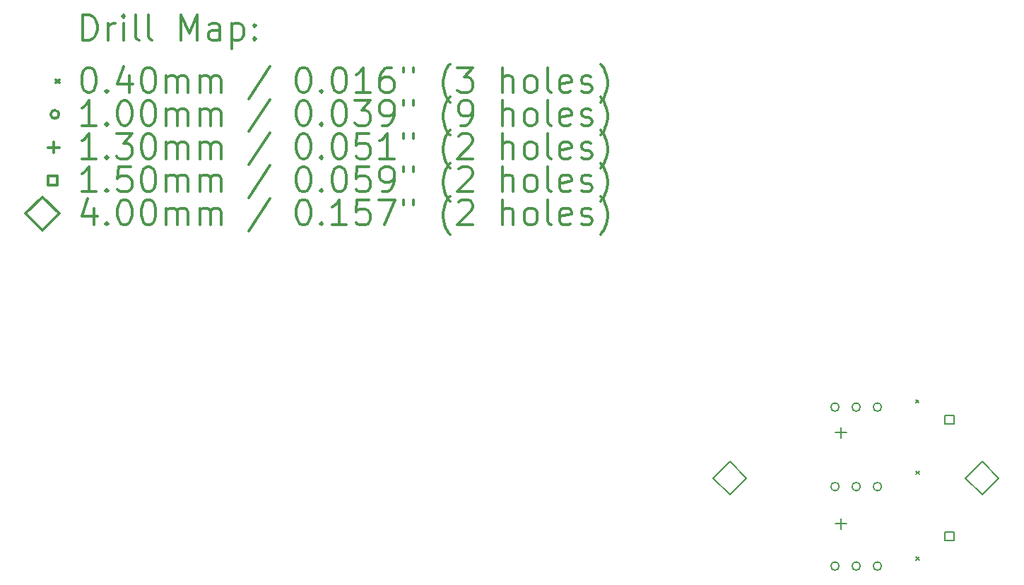
<source format=gbr>
%FSLAX45Y45*%
G04 Gerber Fmt 4.5, Leading zero omitted, Abs format (unit mm)*
G04 Created by KiCad (PCBNEW (5.1.2)-1) date 2020-04-06 18:08:57*
%MOMM*%
%LPD*%
G04 APERTURE LIST*
%ADD10C,0.200000*%
%ADD11C,0.300000*%
G04 APERTURE END LIST*
D10*
X10261673Y-4775271D02*
X10301673Y-4815271D01*
X10301673Y-4775271D02*
X10261673Y-4815271D01*
X10267000Y-5628960D02*
X10307000Y-5668960D01*
X10307000Y-5628960D02*
X10267000Y-5668960D01*
X10269540Y-6660200D02*
X10309540Y-6700200D01*
X10309540Y-6660200D02*
X10269540Y-6700200D01*
X9346400Y-5816600D02*
G75*
G03X9346400Y-5816600I-50000J0D01*
G01*
X9600400Y-5816600D02*
G75*
G03X9600400Y-5816600I-50000J0D01*
G01*
X9854400Y-5816600D02*
G75*
G03X9854400Y-5816600I-50000J0D01*
G01*
X9346400Y-6769100D02*
G75*
G03X9346400Y-6769100I-50000J0D01*
G01*
X9600400Y-6769100D02*
G75*
G03X9600400Y-6769100I-50000J0D01*
G01*
X9854400Y-6769100D02*
G75*
G03X9854400Y-6769100I-50000J0D01*
G01*
X9346400Y-4864100D02*
G75*
G03X9346400Y-4864100I-50000J0D01*
G01*
X9600400Y-4864100D02*
G75*
G03X9600400Y-4864100I-50000J0D01*
G01*
X9854400Y-4864100D02*
G75*
G03X9854400Y-4864100I-50000J0D01*
G01*
X9367833Y-5105823D02*
X9367833Y-5235823D01*
X9302833Y-5170823D02*
X9432833Y-5170823D01*
X9367833Y-6197823D02*
X9367833Y-6327823D01*
X9302833Y-6262823D02*
X9432833Y-6262823D01*
X10721034Y-5069534D02*
X10721034Y-4963467D01*
X10614967Y-4963467D01*
X10614967Y-5069534D01*
X10721034Y-5069534D01*
X10721034Y-6466533D02*
X10721034Y-6360466D01*
X10614967Y-6360466D01*
X10614967Y-6466533D01*
X10721034Y-6466533D01*
X8037833Y-5915823D02*
X8237833Y-5715823D01*
X8037833Y-5515823D01*
X7837833Y-5715823D01*
X8037833Y-5915823D01*
X11057833Y-5915823D02*
X11257833Y-5715823D01*
X11057833Y-5515823D01*
X10857833Y-5715823D01*
X11057833Y-5915823D01*
D11*
X286429Y-465714D02*
X286429Y-165714D01*
X357857Y-165714D01*
X400714Y-180000D01*
X429286Y-208571D01*
X443571Y-237143D01*
X457857Y-294286D01*
X457857Y-337143D01*
X443571Y-394286D01*
X429286Y-422857D01*
X400714Y-451428D01*
X357857Y-465714D01*
X286429Y-465714D01*
X586429Y-465714D02*
X586429Y-265714D01*
X586429Y-322857D02*
X600714Y-294286D01*
X615000Y-280000D01*
X643571Y-265714D01*
X672143Y-265714D01*
X772143Y-465714D02*
X772143Y-265714D01*
X772143Y-165714D02*
X757857Y-180000D01*
X772143Y-194286D01*
X786428Y-180000D01*
X772143Y-165714D01*
X772143Y-194286D01*
X957857Y-465714D02*
X929286Y-451428D01*
X915000Y-422857D01*
X915000Y-165714D01*
X1115000Y-465714D02*
X1086429Y-451428D01*
X1072143Y-422857D01*
X1072143Y-165714D01*
X1457857Y-465714D02*
X1457857Y-165714D01*
X1557857Y-380000D01*
X1657857Y-165714D01*
X1657857Y-465714D01*
X1929286Y-465714D02*
X1929286Y-308571D01*
X1915000Y-280000D01*
X1886428Y-265714D01*
X1829286Y-265714D01*
X1800714Y-280000D01*
X1929286Y-451428D02*
X1900714Y-465714D01*
X1829286Y-465714D01*
X1800714Y-451428D01*
X1786428Y-422857D01*
X1786428Y-394286D01*
X1800714Y-365714D01*
X1829286Y-351428D01*
X1900714Y-351428D01*
X1929286Y-337143D01*
X2072143Y-265714D02*
X2072143Y-565714D01*
X2072143Y-280000D02*
X2100714Y-265714D01*
X2157857Y-265714D01*
X2186429Y-280000D01*
X2200714Y-294286D01*
X2215000Y-322857D01*
X2215000Y-408571D01*
X2200714Y-437143D01*
X2186429Y-451428D01*
X2157857Y-465714D01*
X2100714Y-465714D01*
X2072143Y-451428D01*
X2343571Y-437143D02*
X2357857Y-451428D01*
X2343571Y-465714D01*
X2329286Y-451428D01*
X2343571Y-437143D01*
X2343571Y-465714D01*
X2343571Y-280000D02*
X2357857Y-294286D01*
X2343571Y-308571D01*
X2329286Y-294286D01*
X2343571Y-280000D01*
X2343571Y-308571D01*
X-40000Y-940000D02*
X0Y-980000D01*
X0Y-940000D02*
X-40000Y-980000D01*
X343571Y-795714D02*
X372143Y-795714D01*
X400714Y-810000D01*
X415000Y-824286D01*
X429286Y-852857D01*
X443571Y-910000D01*
X443571Y-981428D01*
X429286Y-1038571D01*
X415000Y-1067143D01*
X400714Y-1081429D01*
X372143Y-1095714D01*
X343571Y-1095714D01*
X315000Y-1081429D01*
X300714Y-1067143D01*
X286429Y-1038571D01*
X272143Y-981428D01*
X272143Y-910000D01*
X286429Y-852857D01*
X300714Y-824286D01*
X315000Y-810000D01*
X343571Y-795714D01*
X572143Y-1067143D02*
X586429Y-1081429D01*
X572143Y-1095714D01*
X557857Y-1081429D01*
X572143Y-1067143D01*
X572143Y-1095714D01*
X843571Y-895714D02*
X843571Y-1095714D01*
X772143Y-781428D02*
X700714Y-995714D01*
X886428Y-995714D01*
X1057857Y-795714D02*
X1086429Y-795714D01*
X1115000Y-810000D01*
X1129286Y-824286D01*
X1143571Y-852857D01*
X1157857Y-910000D01*
X1157857Y-981428D01*
X1143571Y-1038571D01*
X1129286Y-1067143D01*
X1115000Y-1081429D01*
X1086429Y-1095714D01*
X1057857Y-1095714D01*
X1029286Y-1081429D01*
X1015000Y-1067143D01*
X1000714Y-1038571D01*
X986428Y-981428D01*
X986428Y-910000D01*
X1000714Y-852857D01*
X1015000Y-824286D01*
X1029286Y-810000D01*
X1057857Y-795714D01*
X1286429Y-1095714D02*
X1286429Y-895714D01*
X1286429Y-924286D02*
X1300714Y-910000D01*
X1329286Y-895714D01*
X1372143Y-895714D01*
X1400714Y-910000D01*
X1415000Y-938571D01*
X1415000Y-1095714D01*
X1415000Y-938571D02*
X1429286Y-910000D01*
X1457857Y-895714D01*
X1500714Y-895714D01*
X1529286Y-910000D01*
X1543571Y-938571D01*
X1543571Y-1095714D01*
X1686428Y-1095714D02*
X1686428Y-895714D01*
X1686428Y-924286D02*
X1700714Y-910000D01*
X1729286Y-895714D01*
X1772143Y-895714D01*
X1800714Y-910000D01*
X1815000Y-938571D01*
X1815000Y-1095714D01*
X1815000Y-938571D02*
X1829286Y-910000D01*
X1857857Y-895714D01*
X1900714Y-895714D01*
X1929286Y-910000D01*
X1943571Y-938571D01*
X1943571Y-1095714D01*
X2529286Y-781428D02*
X2272143Y-1167143D01*
X2915000Y-795714D02*
X2943571Y-795714D01*
X2972143Y-810000D01*
X2986428Y-824286D01*
X3000714Y-852857D01*
X3015000Y-910000D01*
X3015000Y-981428D01*
X3000714Y-1038571D01*
X2986428Y-1067143D01*
X2972143Y-1081429D01*
X2943571Y-1095714D01*
X2915000Y-1095714D01*
X2886428Y-1081429D01*
X2872143Y-1067143D01*
X2857857Y-1038571D01*
X2843571Y-981428D01*
X2843571Y-910000D01*
X2857857Y-852857D01*
X2872143Y-824286D01*
X2886428Y-810000D01*
X2915000Y-795714D01*
X3143571Y-1067143D02*
X3157857Y-1081429D01*
X3143571Y-1095714D01*
X3129286Y-1081429D01*
X3143571Y-1067143D01*
X3143571Y-1095714D01*
X3343571Y-795714D02*
X3372143Y-795714D01*
X3400714Y-810000D01*
X3415000Y-824286D01*
X3429286Y-852857D01*
X3443571Y-910000D01*
X3443571Y-981428D01*
X3429286Y-1038571D01*
X3415000Y-1067143D01*
X3400714Y-1081429D01*
X3372143Y-1095714D01*
X3343571Y-1095714D01*
X3315000Y-1081429D01*
X3300714Y-1067143D01*
X3286428Y-1038571D01*
X3272143Y-981428D01*
X3272143Y-910000D01*
X3286428Y-852857D01*
X3300714Y-824286D01*
X3315000Y-810000D01*
X3343571Y-795714D01*
X3729286Y-1095714D02*
X3557857Y-1095714D01*
X3643571Y-1095714D02*
X3643571Y-795714D01*
X3615000Y-838571D01*
X3586428Y-867143D01*
X3557857Y-881428D01*
X3986428Y-795714D02*
X3929286Y-795714D01*
X3900714Y-810000D01*
X3886428Y-824286D01*
X3857857Y-867143D01*
X3843571Y-924286D01*
X3843571Y-1038571D01*
X3857857Y-1067143D01*
X3872143Y-1081429D01*
X3900714Y-1095714D01*
X3957857Y-1095714D01*
X3986428Y-1081429D01*
X4000714Y-1067143D01*
X4015000Y-1038571D01*
X4015000Y-967143D01*
X4000714Y-938571D01*
X3986428Y-924286D01*
X3957857Y-910000D01*
X3900714Y-910000D01*
X3872143Y-924286D01*
X3857857Y-938571D01*
X3843571Y-967143D01*
X4129286Y-795714D02*
X4129286Y-852857D01*
X4243571Y-795714D02*
X4243571Y-852857D01*
X4686429Y-1210000D02*
X4672143Y-1195714D01*
X4643571Y-1152857D01*
X4629286Y-1124286D01*
X4615000Y-1081429D01*
X4600714Y-1010000D01*
X4600714Y-952857D01*
X4615000Y-881428D01*
X4629286Y-838571D01*
X4643571Y-810000D01*
X4672143Y-767143D01*
X4686429Y-752857D01*
X4772143Y-795714D02*
X4957857Y-795714D01*
X4857857Y-910000D01*
X4900714Y-910000D01*
X4929286Y-924286D01*
X4943571Y-938571D01*
X4957857Y-967143D01*
X4957857Y-1038571D01*
X4943571Y-1067143D01*
X4929286Y-1081429D01*
X4900714Y-1095714D01*
X4815000Y-1095714D01*
X4786429Y-1081429D01*
X4772143Y-1067143D01*
X5315000Y-1095714D02*
X5315000Y-795714D01*
X5443571Y-1095714D02*
X5443571Y-938571D01*
X5429286Y-910000D01*
X5400714Y-895714D01*
X5357857Y-895714D01*
X5329286Y-910000D01*
X5315000Y-924286D01*
X5629286Y-1095714D02*
X5600714Y-1081429D01*
X5586429Y-1067143D01*
X5572143Y-1038571D01*
X5572143Y-952857D01*
X5586429Y-924286D01*
X5600714Y-910000D01*
X5629286Y-895714D01*
X5672143Y-895714D01*
X5700714Y-910000D01*
X5715000Y-924286D01*
X5729286Y-952857D01*
X5729286Y-1038571D01*
X5715000Y-1067143D01*
X5700714Y-1081429D01*
X5672143Y-1095714D01*
X5629286Y-1095714D01*
X5900714Y-1095714D02*
X5872143Y-1081429D01*
X5857857Y-1052857D01*
X5857857Y-795714D01*
X6129286Y-1081429D02*
X6100714Y-1095714D01*
X6043571Y-1095714D01*
X6015000Y-1081429D01*
X6000714Y-1052857D01*
X6000714Y-938571D01*
X6015000Y-910000D01*
X6043571Y-895714D01*
X6100714Y-895714D01*
X6129286Y-910000D01*
X6143571Y-938571D01*
X6143571Y-967143D01*
X6000714Y-995714D01*
X6257857Y-1081429D02*
X6286428Y-1095714D01*
X6343571Y-1095714D01*
X6372143Y-1081429D01*
X6386428Y-1052857D01*
X6386428Y-1038571D01*
X6372143Y-1010000D01*
X6343571Y-995714D01*
X6300714Y-995714D01*
X6272143Y-981428D01*
X6257857Y-952857D01*
X6257857Y-938571D01*
X6272143Y-910000D01*
X6300714Y-895714D01*
X6343571Y-895714D01*
X6372143Y-910000D01*
X6486428Y-1210000D02*
X6500714Y-1195714D01*
X6529286Y-1152857D01*
X6543571Y-1124286D01*
X6557857Y-1081429D01*
X6572143Y-1010000D01*
X6572143Y-952857D01*
X6557857Y-881428D01*
X6543571Y-838571D01*
X6529286Y-810000D01*
X6500714Y-767143D01*
X6486428Y-752857D01*
X0Y-1356000D02*
G75*
G03X0Y-1356000I-50000J0D01*
G01*
X443571Y-1491714D02*
X272143Y-1491714D01*
X357857Y-1491714D02*
X357857Y-1191714D01*
X329286Y-1234571D01*
X300714Y-1263143D01*
X272143Y-1277429D01*
X572143Y-1463143D02*
X586429Y-1477428D01*
X572143Y-1491714D01*
X557857Y-1477428D01*
X572143Y-1463143D01*
X572143Y-1491714D01*
X772143Y-1191714D02*
X800714Y-1191714D01*
X829286Y-1206000D01*
X843571Y-1220286D01*
X857857Y-1248857D01*
X872143Y-1306000D01*
X872143Y-1377429D01*
X857857Y-1434571D01*
X843571Y-1463143D01*
X829286Y-1477428D01*
X800714Y-1491714D01*
X772143Y-1491714D01*
X743571Y-1477428D01*
X729286Y-1463143D01*
X715000Y-1434571D01*
X700714Y-1377429D01*
X700714Y-1306000D01*
X715000Y-1248857D01*
X729286Y-1220286D01*
X743571Y-1206000D01*
X772143Y-1191714D01*
X1057857Y-1191714D02*
X1086429Y-1191714D01*
X1115000Y-1206000D01*
X1129286Y-1220286D01*
X1143571Y-1248857D01*
X1157857Y-1306000D01*
X1157857Y-1377429D01*
X1143571Y-1434571D01*
X1129286Y-1463143D01*
X1115000Y-1477428D01*
X1086429Y-1491714D01*
X1057857Y-1491714D01*
X1029286Y-1477428D01*
X1015000Y-1463143D01*
X1000714Y-1434571D01*
X986428Y-1377429D01*
X986428Y-1306000D01*
X1000714Y-1248857D01*
X1015000Y-1220286D01*
X1029286Y-1206000D01*
X1057857Y-1191714D01*
X1286429Y-1491714D02*
X1286429Y-1291714D01*
X1286429Y-1320286D02*
X1300714Y-1306000D01*
X1329286Y-1291714D01*
X1372143Y-1291714D01*
X1400714Y-1306000D01*
X1415000Y-1334571D01*
X1415000Y-1491714D01*
X1415000Y-1334571D02*
X1429286Y-1306000D01*
X1457857Y-1291714D01*
X1500714Y-1291714D01*
X1529286Y-1306000D01*
X1543571Y-1334571D01*
X1543571Y-1491714D01*
X1686428Y-1491714D02*
X1686428Y-1291714D01*
X1686428Y-1320286D02*
X1700714Y-1306000D01*
X1729286Y-1291714D01*
X1772143Y-1291714D01*
X1800714Y-1306000D01*
X1815000Y-1334571D01*
X1815000Y-1491714D01*
X1815000Y-1334571D02*
X1829286Y-1306000D01*
X1857857Y-1291714D01*
X1900714Y-1291714D01*
X1929286Y-1306000D01*
X1943571Y-1334571D01*
X1943571Y-1491714D01*
X2529286Y-1177429D02*
X2272143Y-1563143D01*
X2915000Y-1191714D02*
X2943571Y-1191714D01*
X2972143Y-1206000D01*
X2986428Y-1220286D01*
X3000714Y-1248857D01*
X3015000Y-1306000D01*
X3015000Y-1377429D01*
X3000714Y-1434571D01*
X2986428Y-1463143D01*
X2972143Y-1477428D01*
X2943571Y-1491714D01*
X2915000Y-1491714D01*
X2886428Y-1477428D01*
X2872143Y-1463143D01*
X2857857Y-1434571D01*
X2843571Y-1377429D01*
X2843571Y-1306000D01*
X2857857Y-1248857D01*
X2872143Y-1220286D01*
X2886428Y-1206000D01*
X2915000Y-1191714D01*
X3143571Y-1463143D02*
X3157857Y-1477428D01*
X3143571Y-1491714D01*
X3129286Y-1477428D01*
X3143571Y-1463143D01*
X3143571Y-1491714D01*
X3343571Y-1191714D02*
X3372143Y-1191714D01*
X3400714Y-1206000D01*
X3415000Y-1220286D01*
X3429286Y-1248857D01*
X3443571Y-1306000D01*
X3443571Y-1377429D01*
X3429286Y-1434571D01*
X3415000Y-1463143D01*
X3400714Y-1477428D01*
X3372143Y-1491714D01*
X3343571Y-1491714D01*
X3315000Y-1477428D01*
X3300714Y-1463143D01*
X3286428Y-1434571D01*
X3272143Y-1377429D01*
X3272143Y-1306000D01*
X3286428Y-1248857D01*
X3300714Y-1220286D01*
X3315000Y-1206000D01*
X3343571Y-1191714D01*
X3543571Y-1191714D02*
X3729286Y-1191714D01*
X3629286Y-1306000D01*
X3672143Y-1306000D01*
X3700714Y-1320286D01*
X3715000Y-1334571D01*
X3729286Y-1363143D01*
X3729286Y-1434571D01*
X3715000Y-1463143D01*
X3700714Y-1477428D01*
X3672143Y-1491714D01*
X3586428Y-1491714D01*
X3557857Y-1477428D01*
X3543571Y-1463143D01*
X3872143Y-1491714D02*
X3929286Y-1491714D01*
X3957857Y-1477428D01*
X3972143Y-1463143D01*
X4000714Y-1420286D01*
X4015000Y-1363143D01*
X4015000Y-1248857D01*
X4000714Y-1220286D01*
X3986428Y-1206000D01*
X3957857Y-1191714D01*
X3900714Y-1191714D01*
X3872143Y-1206000D01*
X3857857Y-1220286D01*
X3843571Y-1248857D01*
X3843571Y-1320286D01*
X3857857Y-1348857D01*
X3872143Y-1363143D01*
X3900714Y-1377429D01*
X3957857Y-1377429D01*
X3986428Y-1363143D01*
X4000714Y-1348857D01*
X4015000Y-1320286D01*
X4129286Y-1191714D02*
X4129286Y-1248857D01*
X4243571Y-1191714D02*
X4243571Y-1248857D01*
X4686429Y-1606000D02*
X4672143Y-1591714D01*
X4643571Y-1548857D01*
X4629286Y-1520286D01*
X4615000Y-1477428D01*
X4600714Y-1406000D01*
X4600714Y-1348857D01*
X4615000Y-1277429D01*
X4629286Y-1234571D01*
X4643571Y-1206000D01*
X4672143Y-1163143D01*
X4686429Y-1148857D01*
X4815000Y-1491714D02*
X4872143Y-1491714D01*
X4900714Y-1477428D01*
X4915000Y-1463143D01*
X4943571Y-1420286D01*
X4957857Y-1363143D01*
X4957857Y-1248857D01*
X4943571Y-1220286D01*
X4929286Y-1206000D01*
X4900714Y-1191714D01*
X4843571Y-1191714D01*
X4815000Y-1206000D01*
X4800714Y-1220286D01*
X4786429Y-1248857D01*
X4786429Y-1320286D01*
X4800714Y-1348857D01*
X4815000Y-1363143D01*
X4843571Y-1377429D01*
X4900714Y-1377429D01*
X4929286Y-1363143D01*
X4943571Y-1348857D01*
X4957857Y-1320286D01*
X5315000Y-1491714D02*
X5315000Y-1191714D01*
X5443571Y-1491714D02*
X5443571Y-1334571D01*
X5429286Y-1306000D01*
X5400714Y-1291714D01*
X5357857Y-1291714D01*
X5329286Y-1306000D01*
X5315000Y-1320286D01*
X5629286Y-1491714D02*
X5600714Y-1477428D01*
X5586429Y-1463143D01*
X5572143Y-1434571D01*
X5572143Y-1348857D01*
X5586429Y-1320286D01*
X5600714Y-1306000D01*
X5629286Y-1291714D01*
X5672143Y-1291714D01*
X5700714Y-1306000D01*
X5715000Y-1320286D01*
X5729286Y-1348857D01*
X5729286Y-1434571D01*
X5715000Y-1463143D01*
X5700714Y-1477428D01*
X5672143Y-1491714D01*
X5629286Y-1491714D01*
X5900714Y-1491714D02*
X5872143Y-1477428D01*
X5857857Y-1448857D01*
X5857857Y-1191714D01*
X6129286Y-1477428D02*
X6100714Y-1491714D01*
X6043571Y-1491714D01*
X6015000Y-1477428D01*
X6000714Y-1448857D01*
X6000714Y-1334571D01*
X6015000Y-1306000D01*
X6043571Y-1291714D01*
X6100714Y-1291714D01*
X6129286Y-1306000D01*
X6143571Y-1334571D01*
X6143571Y-1363143D01*
X6000714Y-1391714D01*
X6257857Y-1477428D02*
X6286428Y-1491714D01*
X6343571Y-1491714D01*
X6372143Y-1477428D01*
X6386428Y-1448857D01*
X6386428Y-1434571D01*
X6372143Y-1406000D01*
X6343571Y-1391714D01*
X6300714Y-1391714D01*
X6272143Y-1377429D01*
X6257857Y-1348857D01*
X6257857Y-1334571D01*
X6272143Y-1306000D01*
X6300714Y-1291714D01*
X6343571Y-1291714D01*
X6372143Y-1306000D01*
X6486428Y-1606000D02*
X6500714Y-1591714D01*
X6529286Y-1548857D01*
X6543571Y-1520286D01*
X6557857Y-1477428D01*
X6572143Y-1406000D01*
X6572143Y-1348857D01*
X6557857Y-1277429D01*
X6543571Y-1234571D01*
X6529286Y-1206000D01*
X6500714Y-1163143D01*
X6486428Y-1148857D01*
X-65000Y-1687000D02*
X-65000Y-1817000D01*
X-130000Y-1752000D02*
X0Y-1752000D01*
X443571Y-1887714D02*
X272143Y-1887714D01*
X357857Y-1887714D02*
X357857Y-1587714D01*
X329286Y-1630571D01*
X300714Y-1659143D01*
X272143Y-1673428D01*
X572143Y-1859143D02*
X586429Y-1873428D01*
X572143Y-1887714D01*
X557857Y-1873428D01*
X572143Y-1859143D01*
X572143Y-1887714D01*
X686429Y-1587714D02*
X872143Y-1587714D01*
X772143Y-1702000D01*
X815000Y-1702000D01*
X843571Y-1716286D01*
X857857Y-1730571D01*
X872143Y-1759143D01*
X872143Y-1830571D01*
X857857Y-1859143D01*
X843571Y-1873428D01*
X815000Y-1887714D01*
X729286Y-1887714D01*
X700714Y-1873428D01*
X686429Y-1859143D01*
X1057857Y-1587714D02*
X1086429Y-1587714D01*
X1115000Y-1602000D01*
X1129286Y-1616286D01*
X1143571Y-1644857D01*
X1157857Y-1702000D01*
X1157857Y-1773428D01*
X1143571Y-1830571D01*
X1129286Y-1859143D01*
X1115000Y-1873428D01*
X1086429Y-1887714D01*
X1057857Y-1887714D01*
X1029286Y-1873428D01*
X1015000Y-1859143D01*
X1000714Y-1830571D01*
X986428Y-1773428D01*
X986428Y-1702000D01*
X1000714Y-1644857D01*
X1015000Y-1616286D01*
X1029286Y-1602000D01*
X1057857Y-1587714D01*
X1286429Y-1887714D02*
X1286429Y-1687714D01*
X1286429Y-1716286D02*
X1300714Y-1702000D01*
X1329286Y-1687714D01*
X1372143Y-1687714D01*
X1400714Y-1702000D01*
X1415000Y-1730571D01*
X1415000Y-1887714D01*
X1415000Y-1730571D02*
X1429286Y-1702000D01*
X1457857Y-1687714D01*
X1500714Y-1687714D01*
X1529286Y-1702000D01*
X1543571Y-1730571D01*
X1543571Y-1887714D01*
X1686428Y-1887714D02*
X1686428Y-1687714D01*
X1686428Y-1716286D02*
X1700714Y-1702000D01*
X1729286Y-1687714D01*
X1772143Y-1687714D01*
X1800714Y-1702000D01*
X1815000Y-1730571D01*
X1815000Y-1887714D01*
X1815000Y-1730571D02*
X1829286Y-1702000D01*
X1857857Y-1687714D01*
X1900714Y-1687714D01*
X1929286Y-1702000D01*
X1943571Y-1730571D01*
X1943571Y-1887714D01*
X2529286Y-1573428D02*
X2272143Y-1959143D01*
X2915000Y-1587714D02*
X2943571Y-1587714D01*
X2972143Y-1602000D01*
X2986428Y-1616286D01*
X3000714Y-1644857D01*
X3015000Y-1702000D01*
X3015000Y-1773428D01*
X3000714Y-1830571D01*
X2986428Y-1859143D01*
X2972143Y-1873428D01*
X2943571Y-1887714D01*
X2915000Y-1887714D01*
X2886428Y-1873428D01*
X2872143Y-1859143D01*
X2857857Y-1830571D01*
X2843571Y-1773428D01*
X2843571Y-1702000D01*
X2857857Y-1644857D01*
X2872143Y-1616286D01*
X2886428Y-1602000D01*
X2915000Y-1587714D01*
X3143571Y-1859143D02*
X3157857Y-1873428D01*
X3143571Y-1887714D01*
X3129286Y-1873428D01*
X3143571Y-1859143D01*
X3143571Y-1887714D01*
X3343571Y-1587714D02*
X3372143Y-1587714D01*
X3400714Y-1602000D01*
X3415000Y-1616286D01*
X3429286Y-1644857D01*
X3443571Y-1702000D01*
X3443571Y-1773428D01*
X3429286Y-1830571D01*
X3415000Y-1859143D01*
X3400714Y-1873428D01*
X3372143Y-1887714D01*
X3343571Y-1887714D01*
X3315000Y-1873428D01*
X3300714Y-1859143D01*
X3286428Y-1830571D01*
X3272143Y-1773428D01*
X3272143Y-1702000D01*
X3286428Y-1644857D01*
X3300714Y-1616286D01*
X3315000Y-1602000D01*
X3343571Y-1587714D01*
X3715000Y-1587714D02*
X3572143Y-1587714D01*
X3557857Y-1730571D01*
X3572143Y-1716286D01*
X3600714Y-1702000D01*
X3672143Y-1702000D01*
X3700714Y-1716286D01*
X3715000Y-1730571D01*
X3729286Y-1759143D01*
X3729286Y-1830571D01*
X3715000Y-1859143D01*
X3700714Y-1873428D01*
X3672143Y-1887714D01*
X3600714Y-1887714D01*
X3572143Y-1873428D01*
X3557857Y-1859143D01*
X4015000Y-1887714D02*
X3843571Y-1887714D01*
X3929286Y-1887714D02*
X3929286Y-1587714D01*
X3900714Y-1630571D01*
X3872143Y-1659143D01*
X3843571Y-1673428D01*
X4129286Y-1587714D02*
X4129286Y-1644857D01*
X4243571Y-1587714D02*
X4243571Y-1644857D01*
X4686429Y-2002000D02*
X4672143Y-1987714D01*
X4643571Y-1944857D01*
X4629286Y-1916286D01*
X4615000Y-1873428D01*
X4600714Y-1802000D01*
X4600714Y-1744857D01*
X4615000Y-1673428D01*
X4629286Y-1630571D01*
X4643571Y-1602000D01*
X4672143Y-1559143D01*
X4686429Y-1544857D01*
X4786429Y-1616286D02*
X4800714Y-1602000D01*
X4829286Y-1587714D01*
X4900714Y-1587714D01*
X4929286Y-1602000D01*
X4943571Y-1616286D01*
X4957857Y-1644857D01*
X4957857Y-1673428D01*
X4943571Y-1716286D01*
X4772143Y-1887714D01*
X4957857Y-1887714D01*
X5315000Y-1887714D02*
X5315000Y-1587714D01*
X5443571Y-1887714D02*
X5443571Y-1730571D01*
X5429286Y-1702000D01*
X5400714Y-1687714D01*
X5357857Y-1687714D01*
X5329286Y-1702000D01*
X5315000Y-1716286D01*
X5629286Y-1887714D02*
X5600714Y-1873428D01*
X5586429Y-1859143D01*
X5572143Y-1830571D01*
X5572143Y-1744857D01*
X5586429Y-1716286D01*
X5600714Y-1702000D01*
X5629286Y-1687714D01*
X5672143Y-1687714D01*
X5700714Y-1702000D01*
X5715000Y-1716286D01*
X5729286Y-1744857D01*
X5729286Y-1830571D01*
X5715000Y-1859143D01*
X5700714Y-1873428D01*
X5672143Y-1887714D01*
X5629286Y-1887714D01*
X5900714Y-1887714D02*
X5872143Y-1873428D01*
X5857857Y-1844857D01*
X5857857Y-1587714D01*
X6129286Y-1873428D02*
X6100714Y-1887714D01*
X6043571Y-1887714D01*
X6015000Y-1873428D01*
X6000714Y-1844857D01*
X6000714Y-1730571D01*
X6015000Y-1702000D01*
X6043571Y-1687714D01*
X6100714Y-1687714D01*
X6129286Y-1702000D01*
X6143571Y-1730571D01*
X6143571Y-1759143D01*
X6000714Y-1787714D01*
X6257857Y-1873428D02*
X6286428Y-1887714D01*
X6343571Y-1887714D01*
X6372143Y-1873428D01*
X6386428Y-1844857D01*
X6386428Y-1830571D01*
X6372143Y-1802000D01*
X6343571Y-1787714D01*
X6300714Y-1787714D01*
X6272143Y-1773428D01*
X6257857Y-1744857D01*
X6257857Y-1730571D01*
X6272143Y-1702000D01*
X6300714Y-1687714D01*
X6343571Y-1687714D01*
X6372143Y-1702000D01*
X6486428Y-2002000D02*
X6500714Y-1987714D01*
X6529286Y-1944857D01*
X6543571Y-1916286D01*
X6557857Y-1873428D01*
X6572143Y-1802000D01*
X6572143Y-1744857D01*
X6557857Y-1673428D01*
X6543571Y-1630571D01*
X6529286Y-1602000D01*
X6500714Y-1559143D01*
X6486428Y-1544857D01*
X-21966Y-2201034D02*
X-21966Y-2094966D01*
X-128033Y-2094966D01*
X-128033Y-2201034D01*
X-21966Y-2201034D01*
X443571Y-2283714D02*
X272143Y-2283714D01*
X357857Y-2283714D02*
X357857Y-1983714D01*
X329286Y-2026571D01*
X300714Y-2055143D01*
X272143Y-2069428D01*
X572143Y-2255143D02*
X586429Y-2269429D01*
X572143Y-2283714D01*
X557857Y-2269429D01*
X572143Y-2255143D01*
X572143Y-2283714D01*
X857857Y-1983714D02*
X715000Y-1983714D01*
X700714Y-2126571D01*
X715000Y-2112286D01*
X743571Y-2098000D01*
X815000Y-2098000D01*
X843571Y-2112286D01*
X857857Y-2126571D01*
X872143Y-2155143D01*
X872143Y-2226571D01*
X857857Y-2255143D01*
X843571Y-2269429D01*
X815000Y-2283714D01*
X743571Y-2283714D01*
X715000Y-2269429D01*
X700714Y-2255143D01*
X1057857Y-1983714D02*
X1086429Y-1983714D01*
X1115000Y-1998000D01*
X1129286Y-2012286D01*
X1143571Y-2040857D01*
X1157857Y-2098000D01*
X1157857Y-2169429D01*
X1143571Y-2226571D01*
X1129286Y-2255143D01*
X1115000Y-2269429D01*
X1086429Y-2283714D01*
X1057857Y-2283714D01*
X1029286Y-2269429D01*
X1015000Y-2255143D01*
X1000714Y-2226571D01*
X986428Y-2169429D01*
X986428Y-2098000D01*
X1000714Y-2040857D01*
X1015000Y-2012286D01*
X1029286Y-1998000D01*
X1057857Y-1983714D01*
X1286429Y-2283714D02*
X1286429Y-2083714D01*
X1286429Y-2112286D02*
X1300714Y-2098000D01*
X1329286Y-2083714D01*
X1372143Y-2083714D01*
X1400714Y-2098000D01*
X1415000Y-2126571D01*
X1415000Y-2283714D01*
X1415000Y-2126571D02*
X1429286Y-2098000D01*
X1457857Y-2083714D01*
X1500714Y-2083714D01*
X1529286Y-2098000D01*
X1543571Y-2126571D01*
X1543571Y-2283714D01*
X1686428Y-2283714D02*
X1686428Y-2083714D01*
X1686428Y-2112286D02*
X1700714Y-2098000D01*
X1729286Y-2083714D01*
X1772143Y-2083714D01*
X1800714Y-2098000D01*
X1815000Y-2126571D01*
X1815000Y-2283714D01*
X1815000Y-2126571D02*
X1829286Y-2098000D01*
X1857857Y-2083714D01*
X1900714Y-2083714D01*
X1929286Y-2098000D01*
X1943571Y-2126571D01*
X1943571Y-2283714D01*
X2529286Y-1969428D02*
X2272143Y-2355143D01*
X2915000Y-1983714D02*
X2943571Y-1983714D01*
X2972143Y-1998000D01*
X2986428Y-2012286D01*
X3000714Y-2040857D01*
X3015000Y-2098000D01*
X3015000Y-2169429D01*
X3000714Y-2226571D01*
X2986428Y-2255143D01*
X2972143Y-2269429D01*
X2943571Y-2283714D01*
X2915000Y-2283714D01*
X2886428Y-2269429D01*
X2872143Y-2255143D01*
X2857857Y-2226571D01*
X2843571Y-2169429D01*
X2843571Y-2098000D01*
X2857857Y-2040857D01*
X2872143Y-2012286D01*
X2886428Y-1998000D01*
X2915000Y-1983714D01*
X3143571Y-2255143D02*
X3157857Y-2269429D01*
X3143571Y-2283714D01*
X3129286Y-2269429D01*
X3143571Y-2255143D01*
X3143571Y-2283714D01*
X3343571Y-1983714D02*
X3372143Y-1983714D01*
X3400714Y-1998000D01*
X3415000Y-2012286D01*
X3429286Y-2040857D01*
X3443571Y-2098000D01*
X3443571Y-2169429D01*
X3429286Y-2226571D01*
X3415000Y-2255143D01*
X3400714Y-2269429D01*
X3372143Y-2283714D01*
X3343571Y-2283714D01*
X3315000Y-2269429D01*
X3300714Y-2255143D01*
X3286428Y-2226571D01*
X3272143Y-2169429D01*
X3272143Y-2098000D01*
X3286428Y-2040857D01*
X3300714Y-2012286D01*
X3315000Y-1998000D01*
X3343571Y-1983714D01*
X3715000Y-1983714D02*
X3572143Y-1983714D01*
X3557857Y-2126571D01*
X3572143Y-2112286D01*
X3600714Y-2098000D01*
X3672143Y-2098000D01*
X3700714Y-2112286D01*
X3715000Y-2126571D01*
X3729286Y-2155143D01*
X3729286Y-2226571D01*
X3715000Y-2255143D01*
X3700714Y-2269429D01*
X3672143Y-2283714D01*
X3600714Y-2283714D01*
X3572143Y-2269429D01*
X3557857Y-2255143D01*
X3872143Y-2283714D02*
X3929286Y-2283714D01*
X3957857Y-2269429D01*
X3972143Y-2255143D01*
X4000714Y-2212286D01*
X4015000Y-2155143D01*
X4015000Y-2040857D01*
X4000714Y-2012286D01*
X3986428Y-1998000D01*
X3957857Y-1983714D01*
X3900714Y-1983714D01*
X3872143Y-1998000D01*
X3857857Y-2012286D01*
X3843571Y-2040857D01*
X3843571Y-2112286D01*
X3857857Y-2140857D01*
X3872143Y-2155143D01*
X3900714Y-2169429D01*
X3957857Y-2169429D01*
X3986428Y-2155143D01*
X4000714Y-2140857D01*
X4015000Y-2112286D01*
X4129286Y-1983714D02*
X4129286Y-2040857D01*
X4243571Y-1983714D02*
X4243571Y-2040857D01*
X4686429Y-2398000D02*
X4672143Y-2383714D01*
X4643571Y-2340857D01*
X4629286Y-2312286D01*
X4615000Y-2269429D01*
X4600714Y-2198000D01*
X4600714Y-2140857D01*
X4615000Y-2069428D01*
X4629286Y-2026571D01*
X4643571Y-1998000D01*
X4672143Y-1955143D01*
X4686429Y-1940857D01*
X4786429Y-2012286D02*
X4800714Y-1998000D01*
X4829286Y-1983714D01*
X4900714Y-1983714D01*
X4929286Y-1998000D01*
X4943571Y-2012286D01*
X4957857Y-2040857D01*
X4957857Y-2069428D01*
X4943571Y-2112286D01*
X4772143Y-2283714D01*
X4957857Y-2283714D01*
X5315000Y-2283714D02*
X5315000Y-1983714D01*
X5443571Y-2283714D02*
X5443571Y-2126571D01*
X5429286Y-2098000D01*
X5400714Y-2083714D01*
X5357857Y-2083714D01*
X5329286Y-2098000D01*
X5315000Y-2112286D01*
X5629286Y-2283714D02*
X5600714Y-2269429D01*
X5586429Y-2255143D01*
X5572143Y-2226571D01*
X5572143Y-2140857D01*
X5586429Y-2112286D01*
X5600714Y-2098000D01*
X5629286Y-2083714D01*
X5672143Y-2083714D01*
X5700714Y-2098000D01*
X5715000Y-2112286D01*
X5729286Y-2140857D01*
X5729286Y-2226571D01*
X5715000Y-2255143D01*
X5700714Y-2269429D01*
X5672143Y-2283714D01*
X5629286Y-2283714D01*
X5900714Y-2283714D02*
X5872143Y-2269429D01*
X5857857Y-2240857D01*
X5857857Y-1983714D01*
X6129286Y-2269429D02*
X6100714Y-2283714D01*
X6043571Y-2283714D01*
X6015000Y-2269429D01*
X6000714Y-2240857D01*
X6000714Y-2126571D01*
X6015000Y-2098000D01*
X6043571Y-2083714D01*
X6100714Y-2083714D01*
X6129286Y-2098000D01*
X6143571Y-2126571D01*
X6143571Y-2155143D01*
X6000714Y-2183714D01*
X6257857Y-2269429D02*
X6286428Y-2283714D01*
X6343571Y-2283714D01*
X6372143Y-2269429D01*
X6386428Y-2240857D01*
X6386428Y-2226571D01*
X6372143Y-2198000D01*
X6343571Y-2183714D01*
X6300714Y-2183714D01*
X6272143Y-2169429D01*
X6257857Y-2140857D01*
X6257857Y-2126571D01*
X6272143Y-2098000D01*
X6300714Y-2083714D01*
X6343571Y-2083714D01*
X6372143Y-2098000D01*
X6486428Y-2398000D02*
X6500714Y-2383714D01*
X6529286Y-2340857D01*
X6543571Y-2312286D01*
X6557857Y-2269429D01*
X6572143Y-2198000D01*
X6572143Y-2140857D01*
X6557857Y-2069428D01*
X6543571Y-2026571D01*
X6529286Y-1998000D01*
X6500714Y-1955143D01*
X6486428Y-1940857D01*
X-200000Y-2744000D02*
X0Y-2544000D01*
X-200000Y-2344000D01*
X-400000Y-2544000D01*
X-200000Y-2744000D01*
X415000Y-2479714D02*
X415000Y-2679714D01*
X343571Y-2365429D02*
X272143Y-2579714D01*
X457857Y-2579714D01*
X572143Y-2651143D02*
X586429Y-2665429D01*
X572143Y-2679714D01*
X557857Y-2665429D01*
X572143Y-2651143D01*
X572143Y-2679714D01*
X772143Y-2379714D02*
X800714Y-2379714D01*
X829286Y-2394000D01*
X843571Y-2408286D01*
X857857Y-2436857D01*
X872143Y-2494000D01*
X872143Y-2565429D01*
X857857Y-2622571D01*
X843571Y-2651143D01*
X829286Y-2665429D01*
X800714Y-2679714D01*
X772143Y-2679714D01*
X743571Y-2665429D01*
X729286Y-2651143D01*
X715000Y-2622571D01*
X700714Y-2565429D01*
X700714Y-2494000D01*
X715000Y-2436857D01*
X729286Y-2408286D01*
X743571Y-2394000D01*
X772143Y-2379714D01*
X1057857Y-2379714D02*
X1086429Y-2379714D01*
X1115000Y-2394000D01*
X1129286Y-2408286D01*
X1143571Y-2436857D01*
X1157857Y-2494000D01*
X1157857Y-2565429D01*
X1143571Y-2622571D01*
X1129286Y-2651143D01*
X1115000Y-2665429D01*
X1086429Y-2679714D01*
X1057857Y-2679714D01*
X1029286Y-2665429D01*
X1015000Y-2651143D01*
X1000714Y-2622571D01*
X986428Y-2565429D01*
X986428Y-2494000D01*
X1000714Y-2436857D01*
X1015000Y-2408286D01*
X1029286Y-2394000D01*
X1057857Y-2379714D01*
X1286429Y-2679714D02*
X1286429Y-2479714D01*
X1286429Y-2508286D02*
X1300714Y-2494000D01*
X1329286Y-2479714D01*
X1372143Y-2479714D01*
X1400714Y-2494000D01*
X1415000Y-2522571D01*
X1415000Y-2679714D01*
X1415000Y-2522571D02*
X1429286Y-2494000D01*
X1457857Y-2479714D01*
X1500714Y-2479714D01*
X1529286Y-2494000D01*
X1543571Y-2522571D01*
X1543571Y-2679714D01*
X1686428Y-2679714D02*
X1686428Y-2479714D01*
X1686428Y-2508286D02*
X1700714Y-2494000D01*
X1729286Y-2479714D01*
X1772143Y-2479714D01*
X1800714Y-2494000D01*
X1815000Y-2522571D01*
X1815000Y-2679714D01*
X1815000Y-2522571D02*
X1829286Y-2494000D01*
X1857857Y-2479714D01*
X1900714Y-2479714D01*
X1929286Y-2494000D01*
X1943571Y-2522571D01*
X1943571Y-2679714D01*
X2529286Y-2365429D02*
X2272143Y-2751143D01*
X2915000Y-2379714D02*
X2943571Y-2379714D01*
X2972143Y-2394000D01*
X2986428Y-2408286D01*
X3000714Y-2436857D01*
X3015000Y-2494000D01*
X3015000Y-2565429D01*
X3000714Y-2622571D01*
X2986428Y-2651143D01*
X2972143Y-2665429D01*
X2943571Y-2679714D01*
X2915000Y-2679714D01*
X2886428Y-2665429D01*
X2872143Y-2651143D01*
X2857857Y-2622571D01*
X2843571Y-2565429D01*
X2843571Y-2494000D01*
X2857857Y-2436857D01*
X2872143Y-2408286D01*
X2886428Y-2394000D01*
X2915000Y-2379714D01*
X3143571Y-2651143D02*
X3157857Y-2665429D01*
X3143571Y-2679714D01*
X3129286Y-2665429D01*
X3143571Y-2651143D01*
X3143571Y-2679714D01*
X3443571Y-2679714D02*
X3272143Y-2679714D01*
X3357857Y-2679714D02*
X3357857Y-2379714D01*
X3329286Y-2422571D01*
X3300714Y-2451143D01*
X3272143Y-2465429D01*
X3715000Y-2379714D02*
X3572143Y-2379714D01*
X3557857Y-2522571D01*
X3572143Y-2508286D01*
X3600714Y-2494000D01*
X3672143Y-2494000D01*
X3700714Y-2508286D01*
X3715000Y-2522571D01*
X3729286Y-2551143D01*
X3729286Y-2622571D01*
X3715000Y-2651143D01*
X3700714Y-2665429D01*
X3672143Y-2679714D01*
X3600714Y-2679714D01*
X3572143Y-2665429D01*
X3557857Y-2651143D01*
X3829286Y-2379714D02*
X4029286Y-2379714D01*
X3900714Y-2679714D01*
X4129286Y-2379714D02*
X4129286Y-2436857D01*
X4243571Y-2379714D02*
X4243571Y-2436857D01*
X4686429Y-2794000D02*
X4672143Y-2779714D01*
X4643571Y-2736857D01*
X4629286Y-2708286D01*
X4615000Y-2665429D01*
X4600714Y-2594000D01*
X4600714Y-2536857D01*
X4615000Y-2465429D01*
X4629286Y-2422571D01*
X4643571Y-2394000D01*
X4672143Y-2351143D01*
X4686429Y-2336857D01*
X4786429Y-2408286D02*
X4800714Y-2394000D01*
X4829286Y-2379714D01*
X4900714Y-2379714D01*
X4929286Y-2394000D01*
X4943571Y-2408286D01*
X4957857Y-2436857D01*
X4957857Y-2465429D01*
X4943571Y-2508286D01*
X4772143Y-2679714D01*
X4957857Y-2679714D01*
X5315000Y-2679714D02*
X5315000Y-2379714D01*
X5443571Y-2679714D02*
X5443571Y-2522571D01*
X5429286Y-2494000D01*
X5400714Y-2479714D01*
X5357857Y-2479714D01*
X5329286Y-2494000D01*
X5315000Y-2508286D01*
X5629286Y-2679714D02*
X5600714Y-2665429D01*
X5586429Y-2651143D01*
X5572143Y-2622571D01*
X5572143Y-2536857D01*
X5586429Y-2508286D01*
X5600714Y-2494000D01*
X5629286Y-2479714D01*
X5672143Y-2479714D01*
X5700714Y-2494000D01*
X5715000Y-2508286D01*
X5729286Y-2536857D01*
X5729286Y-2622571D01*
X5715000Y-2651143D01*
X5700714Y-2665429D01*
X5672143Y-2679714D01*
X5629286Y-2679714D01*
X5900714Y-2679714D02*
X5872143Y-2665429D01*
X5857857Y-2636857D01*
X5857857Y-2379714D01*
X6129286Y-2665429D02*
X6100714Y-2679714D01*
X6043571Y-2679714D01*
X6015000Y-2665429D01*
X6000714Y-2636857D01*
X6000714Y-2522571D01*
X6015000Y-2494000D01*
X6043571Y-2479714D01*
X6100714Y-2479714D01*
X6129286Y-2494000D01*
X6143571Y-2522571D01*
X6143571Y-2551143D01*
X6000714Y-2579714D01*
X6257857Y-2665429D02*
X6286428Y-2679714D01*
X6343571Y-2679714D01*
X6372143Y-2665429D01*
X6386428Y-2636857D01*
X6386428Y-2622571D01*
X6372143Y-2594000D01*
X6343571Y-2579714D01*
X6300714Y-2579714D01*
X6272143Y-2565429D01*
X6257857Y-2536857D01*
X6257857Y-2522571D01*
X6272143Y-2494000D01*
X6300714Y-2479714D01*
X6343571Y-2479714D01*
X6372143Y-2494000D01*
X6486428Y-2794000D02*
X6500714Y-2779714D01*
X6529286Y-2736857D01*
X6543571Y-2708286D01*
X6557857Y-2665429D01*
X6572143Y-2594000D01*
X6572143Y-2536857D01*
X6557857Y-2465429D01*
X6543571Y-2422571D01*
X6529286Y-2394000D01*
X6500714Y-2351143D01*
X6486428Y-2336857D01*
M02*

</source>
